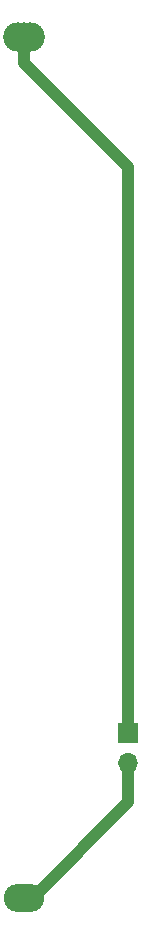
<source format=gtl>
G04 #@! TF.FileFunction,Copper,L1,Top,Signal*
%FSLAX46Y46*%
G04 Gerber Fmt 4.6, Leading zero omitted, Abs format (unit mm)*
G04 Created by KiCad (PCBNEW 4.0.2-stable) date 18.08.2017 15:48:39*
%MOMM*%
G01*
G04 APERTURE LIST*
%ADD10C,0.100000*%
%ADD11O,2.500000X2.500000*%
%ADD12O,2.400000X2.400000*%
%ADD13R,1.700000X1.700000*%
%ADD14O,1.700000X1.700000*%
%ADD15C,1.000000*%
G04 APERTURE END LIST*
D10*
D11*
X180332000Y-48513000D03*
X179332000Y-48513000D03*
D12*
X179332000Y-121413000D03*
X180332000Y-121413000D03*
X179832000Y-121413000D03*
D11*
X179832000Y-48513000D03*
D13*
X188658500Y-107442000D03*
D14*
X188658500Y-109982000D03*
D15*
X188658500Y-109982000D02*
X188658500Y-113336500D01*
X188658500Y-113336500D02*
X180582000Y-121413000D01*
X180582000Y-121413000D02*
X179832000Y-121413000D01*
X179832000Y-48513000D02*
X179832000Y-50713000D01*
X179832000Y-50713000D02*
X188658500Y-59539500D01*
X188658500Y-59539500D02*
X188658500Y-107442000D01*
M02*

</source>
